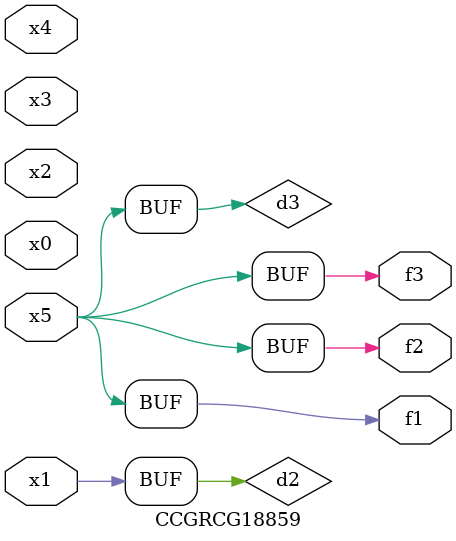
<source format=v>
module CCGRCG18859(
	input x0, x1, x2, x3, x4, x5,
	output f1, f2, f3
);

	wire d1, d2, d3;

	not (d1, x5);
	or (d2, x1);
	xnor (d3, d1);
	assign f1 = d3;
	assign f2 = d3;
	assign f3 = d3;
endmodule

</source>
